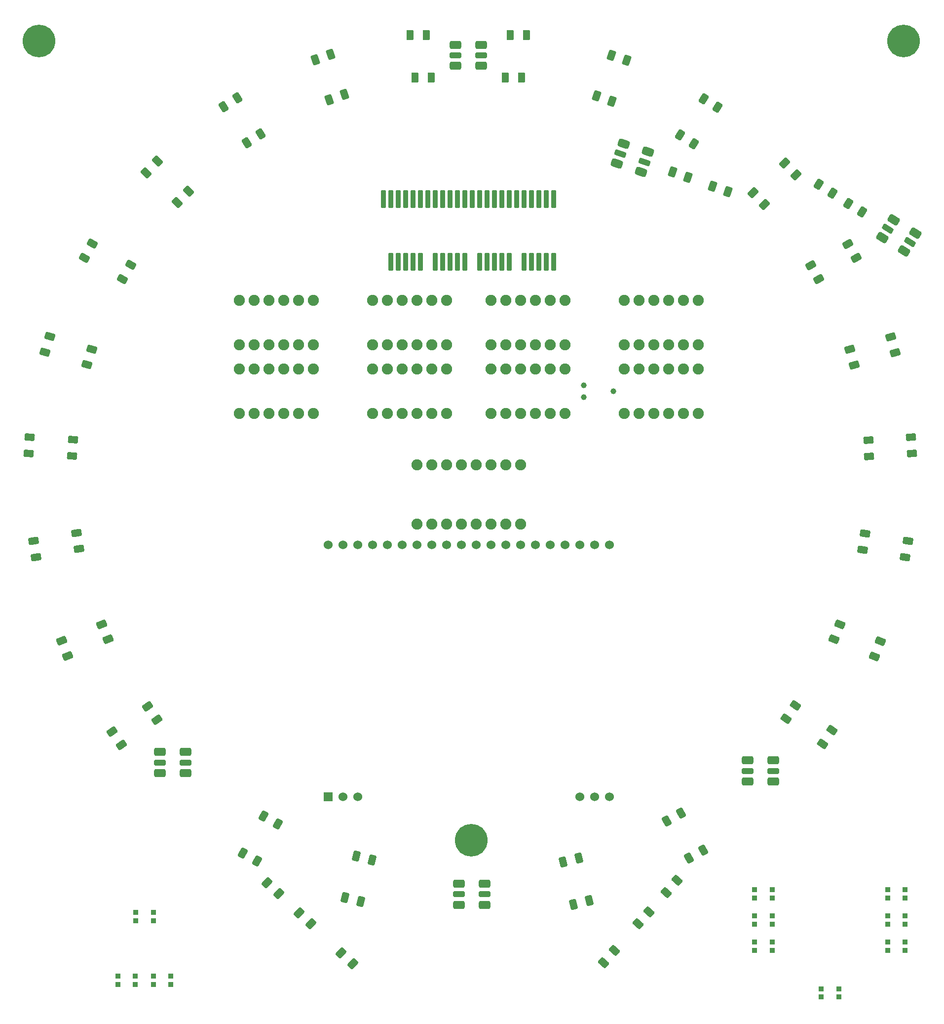
<source format=gts>
%TF.GenerationSoftware,KiCad,Pcbnew,9.0.4*%
%TF.CreationDate,2025-09-16T15:39:33-04:00*%
%TF.ProjectId,mini-lhc-display,6d696e69-2d6c-4686-932d-646973706c61,rev?*%
%TF.SameCoordinates,Original*%
%TF.FileFunction,Soldermask,Top*%
%TF.FilePolarity,Negative*%
%FSLAX46Y46*%
G04 Gerber Fmt 4.6, Leading zero omitted, Abs format (unit mm)*
G04 Created by KiCad (PCBNEW 9.0.4) date 2025-09-16 15:39:33*
%MOMM*%
%LPD*%
G01*
G04 APERTURE LIST*
G04 Aperture macros list*
%AMRoundRect*
0 Rectangle with rounded corners*
0 $1 Rounding radius*
0 $2 $3 $4 $5 $6 $7 $8 $9 X,Y pos of 4 corners*
0 Add a 4 corners polygon primitive as box body*
4,1,4,$2,$3,$4,$5,$6,$7,$8,$9,$2,$3,0*
0 Add four circle primitives for the rounded corners*
1,1,$1+$1,$2,$3*
1,1,$1+$1,$4,$5*
1,1,$1+$1,$6,$7*
1,1,$1+$1,$8,$9*
0 Add four rect primitives between the rounded corners*
20,1,$1+$1,$2,$3,$4,$5,0*
20,1,$1+$1,$4,$5,$6,$7,0*
20,1,$1+$1,$6,$7,$8,$9,0*
20,1,$1+$1,$8,$9,$2,$3,0*%
G04 Aperture macros list end*
%ADD10RoundRect,0.250000X0.630988X0.364834X-0.024976X0.728441X-0.630988X-0.364834X0.024976X-0.728441X0*%
%ADD11RoundRect,0.250000X0.353766X-0.637260X0.728766X0.012260X-0.353766X0.637260X-0.728766X-0.012260X0*%
%ADD12RoundRect,0.350000X-0.650000X-0.350000X0.650000X-0.350000X0.650000X0.350000X-0.650000X0.350000X0*%
%ADD13RoundRect,0.250000X-0.750000X-0.250000X0.750000X-0.250000X0.750000X0.250000X-0.750000X0.250000X0*%
%ADD14RoundRect,0.250000X-0.214721X0.696523X-0.715625X0.138316X0.214721X-0.696523X0.715625X-0.138316X0*%
%ADD15RoundRect,0.250000X-0.439012X0.581823X-0.719967X-0.113565X0.439012X-0.581823X0.719967X0.113565X0*%
%ADD16C,1.905000*%
%ADD17RoundRect,0.250000X-0.375000X-0.625000X0.375000X-0.625000X0.375000X0.625000X-0.375000X0.625000X0*%
%ADD18RoundRect,0.250000X0.515062X0.515714X-0.212660X0.697156X-0.515062X-0.515714X0.212660X-0.697156X0*%
%ADD19RoundRect,0.250000X0.675968X-0.272612X0.558642X0.468155X-0.675968X0.272612X-0.558642X-0.468155X0*%
%ADD20RoundRect,0.250000X0.212660X0.697156X-0.515062X0.515714X-0.212660X-0.697156X0.515062X-0.515714X0*%
%ADD21RoundRect,0.250000X-0.643769X0.341776X-0.604517X-0.407196X0.643769X-0.341776X0.604517X0.407196X0*%
%ADD22RoundRect,0.250000X0.727061X0.051303X0.296879X0.665667X-0.727061X-0.051303X-0.296879X-0.665667X0*%
%ADD23R,0.900000X0.900000*%
%ADD24RoundRect,0.250000X-0.710084X-0.164409X-0.189090X-0.703914X0.710084X0.164409X0.189090X0.703914X0*%
%ADD25RoundRect,0.250000X-0.296879X0.665667X-0.727061X0.051303X0.296879X-0.665667X0.727061X-0.051303X0*%
%ADD26RoundRect,0.250000X0.013182X-0.728750X0.649218X-0.331310X-0.013182X0.728750X-0.649218X0.331310X0*%
%ADD27C,3.600000*%
%ADD28C,5.600000*%
%ADD29RoundRect,0.250000X0.024976X0.728441X-0.630988X0.364834X-0.024976X-0.728441X0.630988X-0.364834X0*%
%ADD30RoundRect,0.250000X-0.728766X0.012260X-0.353766X-0.637260X0.728766X-0.012260X0.353766X0.637260X0*%
%ADD31RoundRect,0.120000X-0.280000X-1.380000X0.280000X-1.380000X0.280000X1.380000X-0.280000X1.380000X0*%
%ADD32RoundRect,0.250000X0.719967X-0.113565X0.439012X0.581823X-0.719967X0.113565X-0.439012X-0.581823X0*%
%ADD33RoundRect,0.250000X-0.558642X0.468155X-0.675968X-0.272612X0.558642X-0.468155X0.675968X0.272612X0*%
%ADD34R,1.524000X1.524000*%
%ADD35C,1.524000*%
%ADD36RoundRect,0.250000X-0.704153X0.188200X-0.497425X-0.532746X0.704153X-0.188200X0.497425X0.532746X0*%
%ADD37RoundRect,0.250000X-0.558050X-0.468861X0.151089X-0.713037X0.558050X0.468861X-0.151089X0.713037X0*%
%ADD38RoundRect,0.250000X0.604517X-0.407196X0.643769X0.341776X-0.604517X0.407196X-0.643769X-0.341776X0*%
%ADD39RoundRect,0.250000X0.189090X-0.703914X0.710084X-0.164409X-0.189090X0.703914X-0.710084X0.164409X0*%
%ADD40RoundRect,0.250000X-0.649218X-0.331310X-0.013182X-0.728750X0.649218X0.331310X0.013182X0.728750X0*%
%ADD41RoundRect,0.250000X-0.701909X-0.196402X-0.157014X-0.711756X0.701909X0.196402X0.157014X0.711756X0*%
%ADD42RoundRect,0.250000X-0.151089X-0.713037X0.558050X-0.468861X0.151089X0.713037X-0.558050X0.468861X0*%
%ADD43RoundRect,0.350000X0.650000X0.350000X-0.650000X0.350000X-0.650000X-0.350000X0.650000X-0.350000X0*%
%ADD44RoundRect,0.250000X0.750000X0.250000X-0.750000X0.250000X-0.750000X-0.250000X0.750000X-0.250000X0*%
%ADD45RoundRect,0.250000X0.497425X-0.532746X0.704153X0.188200X-0.497425X0.532746X-0.704153X-0.188200X0*%
%ADD46RoundRect,0.350000X0.728536X0.119312X-0.500638X0.542551X-0.728536X-0.119312X0.500638X-0.542551X0*%
%ADD47RoundRect,0.250000X0.790531X-0.007796X-0.627747X0.480556X-0.790531X0.007796X0.627747X-0.480556X0*%
%ADD48RoundRect,0.350000X0.736703X-0.047631X-0.365760X0.641264X-0.736703X0.047631X0.365760X-0.641264X0*%
%ADD49RoundRect,0.250000X0.768516X-0.185427X-0.503556X0.609451X-0.768516X0.185427X0.503556X-0.609451X0*%
%ADD50C,0.990600*%
G04 APERTURE END LIST*
D10*
%TO.C,LED38*%
X63137362Y-162423009D03*
X60688426Y-161065543D03*
%TD*%
D11*
%TO.C,LED44*%
X29882681Y-65386014D03*
X31282681Y-62961142D03*
%TD*%
D12*
%TO.C,LED53*%
X93580894Y-28880276D03*
D13*
X93580894Y-30680276D03*
D12*
X93580894Y-32480276D03*
X97980894Y-32480276D03*
D13*
X97980894Y-30680276D03*
D12*
X97980894Y-28880276D03*
%TD*%
D14*
%TO.C,LED62*%
X120819873Y-184104691D03*
X118949833Y-186188665D03*
%TD*%
D15*
%TO.C,LED9*%
X166496937Y-131106410D03*
X165448039Y-133702524D03*
%TD*%
D16*
%TO.C,DSP5*%
X86995000Y-110998000D03*
X89535000Y-110998000D03*
X92075000Y-110998000D03*
X94615000Y-110998000D03*
X97175291Y-110998000D03*
X99695000Y-110998000D03*
X102235000Y-110998000D03*
X104775000Y-110998000D03*
X104775000Y-100838000D03*
X102235000Y-100838000D03*
X99695000Y-100838000D03*
X97175291Y-100838000D03*
X94615000Y-100838000D03*
X92075000Y-100838000D03*
X89535000Y-100838000D03*
X86995000Y-100838000D03*
%TD*%
D17*
%TO.C,LED24*%
X86674894Y-34490276D03*
X89474894Y-34490276D03*
%TD*%
D18*
%TO.C,LED13*%
X77354601Y-175755777D03*
X74637773Y-175078395D03*
%TD*%
D19*
%TO.C,LED17*%
X29000295Y-115304815D03*
X28562279Y-112539287D03*
%TD*%
D14*
%TO.C,LED63*%
X126762032Y-177482781D03*
X124891992Y-179566755D03*
%TD*%
D20*
%TO.C,LED36*%
X116546651Y-175516465D03*
X113829823Y-176193847D03*
%TD*%
D21*
%TO.C,LED7*%
X171758642Y-96146480D03*
X171905182Y-98942642D03*
%TD*%
D22*
%TO.C,LED39*%
X36287101Y-148850348D03*
X34681087Y-146556722D03*
%TD*%
D23*
%TO.C,LED70*%
X167726000Y-178198500D03*
X167726000Y-179598500D03*
X170726000Y-179598500D03*
X170726000Y-178198500D03*
%TD*%
D15*
%TO.C,LED33*%
X159575002Y-128194642D03*
X158526104Y-130790756D03*
%TD*%
D24*
%TO.C,LED28*%
X144672812Y-54203414D03*
X146617856Y-56217566D03*
%TD*%
D25*
%TO.C,LED10*%
X158222597Y-146376892D03*
X156616583Y-148670518D03*
%TD*%
D23*
%TO.C,LED74*%
X44742000Y-189930000D03*
X44742000Y-188530000D03*
X41742000Y-188530000D03*
X41742000Y-189930000D03*
%TD*%
D17*
%TO.C,LED25*%
X102143394Y-34490276D03*
X104943394Y-34490276D03*
%TD*%
D26*
%TO.C,LED46*%
X53779738Y-39489268D03*
X56154272Y-38005494D03*
%TD*%
D25*
%TO.C,LED34*%
X151899205Y-142127241D03*
X150293191Y-144420867D03*
%TD*%
D22*
%TO.C,LED15*%
X42329154Y-144572348D03*
X40723140Y-142278722D03*
%TD*%
D23*
%TO.C,LED66*%
X147931000Y-179598500D03*
X147931000Y-178198500D03*
X144931000Y-178198500D03*
X144931000Y-179598500D03*
%TD*%
D20*
%TO.C,LED12*%
X114743217Y-168274901D03*
X112026389Y-168952283D03*
%TD*%
D27*
%TO.C,REF\u002A\u002A*%
X170434000Y-28194000D03*
D28*
X170434000Y-28194000D03*
%TD*%
D29*
%TO.C,LED35*%
X136087824Y-166939051D03*
X133638888Y-168296517D03*
%TD*%
D30*
%TO.C,LED5*%
X160898014Y-63012080D03*
X162298014Y-65436952D03*
%TD*%
D29*
%TO.C,LED11*%
X132282379Y-160596627D03*
X129833443Y-161954093D03*
%TD*%
D31*
%TO.C,DSP8*%
X96443800Y-55290800D03*
X97713800Y-55290800D03*
X98983800Y-55290800D03*
X100253800Y-55290800D03*
X101523800Y-55290800D03*
X102793800Y-55290800D03*
X102793800Y-66090800D03*
X101523800Y-66090800D03*
X100253800Y-66090800D03*
X98983800Y-66090800D03*
X97713800Y-66090800D03*
%TD*%
D32*
%TO.C,LED40*%
X27058640Y-133638831D03*
X26009742Y-131042717D03*
%TD*%
D31*
%TO.C,DSP9*%
X104063800Y-55290800D03*
X105333800Y-55290800D03*
X106603800Y-55290800D03*
X107873800Y-55290800D03*
X109143800Y-55290800D03*
X110413800Y-55290800D03*
X110413800Y-66090800D03*
X109143800Y-66090800D03*
X107873800Y-66090800D03*
X106603800Y-66090800D03*
X105333800Y-66090800D03*
%TD*%
D23*
%TO.C,LED67*%
X147931000Y-184088000D03*
X147931000Y-182688000D03*
X144931000Y-182688000D03*
X144931000Y-184088000D03*
%TD*%
D33*
%TO.C,LED32*%
X163862851Y-112644298D03*
X163424835Y-115409826D03*
%TD*%
D23*
%TO.C,LED69*%
X167726000Y-173709000D03*
X167726000Y-175109000D03*
X170726000Y-175109000D03*
X170726000Y-173709000D03*
%TD*%
%TO.C,LED68*%
X156333500Y-190689000D03*
X156333500Y-192089000D03*
X159333500Y-192089000D03*
X159333500Y-190689000D03*
%TD*%
D16*
%TO.C,DSP4*%
X99695000Y-92087500D03*
X102235000Y-92087500D03*
X104775000Y-92087500D03*
X107315000Y-92087500D03*
X109855000Y-92087500D03*
X112395000Y-92087500D03*
X122555000Y-92087500D03*
X125095000Y-92087500D03*
X127635000Y-92087500D03*
X130175000Y-92087500D03*
X132715000Y-92087500D03*
X135255000Y-92087500D03*
X135255000Y-84467500D03*
X132715000Y-84467500D03*
X130175000Y-84467500D03*
X127635000Y-84467500D03*
X125095000Y-84467500D03*
X122555000Y-84467500D03*
X112395000Y-84467500D03*
X109855000Y-84467500D03*
X107315000Y-84467500D03*
X104775000Y-84467500D03*
X102235000Y-84467500D03*
X99695000Y-84467500D03*
%TD*%
%TO.C,DSP3*%
X56515000Y-92087500D03*
X59055000Y-92087500D03*
X61595000Y-92087500D03*
X64135000Y-92087500D03*
X66675000Y-92087500D03*
X69215000Y-92087500D03*
X79375000Y-92087500D03*
X81915000Y-92087500D03*
X84455000Y-92087500D03*
X86995000Y-92087500D03*
X89535000Y-92087500D03*
X92075000Y-92087500D03*
X92075000Y-84467500D03*
X89535000Y-84467500D03*
X86995000Y-84467500D03*
X84455000Y-84467500D03*
X81915000Y-84467500D03*
X79375000Y-84467500D03*
X69215000Y-84467500D03*
X66675000Y-84467500D03*
X64135000Y-84467500D03*
X61595000Y-84467500D03*
X59055000Y-84467500D03*
X56515000Y-84467500D03*
%TD*%
D17*
%TO.C,LED1*%
X102986440Y-27208039D03*
X105786440Y-27208039D03*
%TD*%
D34*
%TO.C,U10*%
X71755000Y-157782500D03*
D35*
X74295000Y-157782500D03*
X76835000Y-157782500D03*
X114935000Y-157782500D03*
X117475000Y-157782500D03*
X120015000Y-157782500D03*
X120015000Y-114602500D03*
X117475000Y-114602500D03*
X114935000Y-114602500D03*
X112395000Y-114602500D03*
X109855000Y-114602500D03*
X107315000Y-114602500D03*
X104775000Y-114602500D03*
X102235000Y-114602500D03*
X99695000Y-114602500D03*
X97155000Y-114602500D03*
X94615000Y-114602500D03*
X92075000Y-114602500D03*
X89535000Y-114602500D03*
X86995000Y-114602500D03*
X84455000Y-114602500D03*
X81915000Y-114602500D03*
X79375000Y-114602500D03*
X76835000Y-114602500D03*
X74295000Y-114602500D03*
X71755000Y-114602500D03*
%TD*%
D36*
%TO.C,LED6*%
X168288734Y-78970159D03*
X169060518Y-81661691D03*
%TD*%
D14*
%TO.C,LED64*%
X131584698Y-172108420D03*
X129714658Y-174192394D03*
%TD*%
D23*
%TO.C,LED73*%
X35646000Y-188530000D03*
X35646000Y-189930000D03*
X38646000Y-189930000D03*
X38646000Y-188530000D03*
%TD*%
D17*
%TO.C,LED48*%
X85827392Y-27213339D03*
X88627392Y-27213339D03*
%TD*%
D33*
%TO.C,LED8*%
X171194978Y-113952885D03*
X170756962Y-116718413D03*
%TD*%
D23*
%TO.C,LED65*%
X147931000Y-175109000D03*
X147931000Y-173709000D03*
X144931000Y-173709000D03*
X144931000Y-175109000D03*
%TD*%
D32*
%TO.C,LED16*%
X33954248Y-130804057D03*
X32905350Y-128207943D03*
%TD*%
D21*
%TO.C,LED31*%
X164418973Y-96635327D03*
X164565513Y-99431489D03*
%TD*%
D37*
%TO.C,LED60*%
X137686371Y-53133830D03*
X140333823Y-54045420D03*
%TD*%
D23*
%TO.C,LED72*%
X41759000Y-179008000D03*
X41759000Y-177608000D03*
X38759000Y-177608000D03*
X38759000Y-179008000D03*
%TD*%
D38*
%TO.C,LED42*%
X20350804Y-98933403D03*
X20497344Y-96137241D03*
%TD*%
D39*
%TO.C,LED45*%
X40510535Y-50824660D03*
X42455579Y-48810508D03*
%TD*%
D40*
%TO.C,LED3*%
X136137739Y-38101664D03*
X138512273Y-39585438D03*
%TD*%
D41*
%TO.C,LED58*%
X66727804Y-177635091D03*
X68762078Y-179559079D03*
%TD*%
D10*
%TO.C,LED14*%
X59558724Y-168763429D03*
X57109788Y-167405963D03*
%TD*%
D42*
%TO.C,LED23*%
X71909067Y-38277872D03*
X74556519Y-37366282D03*
%TD*%
D40*
%TO.C,LED55*%
X155937695Y-52815216D03*
X158312229Y-54298990D03*
%TD*%
D12*
%TO.C,LED51*%
X94141082Y-172690823D03*
D13*
X94141082Y-174490823D03*
D12*
X94141082Y-176290823D03*
X98541082Y-176290823D03*
D13*
X98541082Y-174490823D03*
D12*
X98541082Y-172690823D03*
%TD*%
D37*
%TO.C,LED61*%
X130804341Y-50682673D03*
X133451793Y-51594263D03*
%TD*%
D40*
%TO.C,LED27*%
X132077513Y-44324199D03*
X134452047Y-45807973D03*
%TD*%
D23*
%TO.C,LED71*%
X167726000Y-182688000D03*
X167726000Y-184088000D03*
X170726000Y-184088000D03*
X170726000Y-182688000D03*
%TD*%
D31*
%TO.C,DSP6*%
X81203800Y-55290800D03*
X82473800Y-55290800D03*
X83743800Y-55290800D03*
X85013800Y-55290800D03*
X86283800Y-55290800D03*
X87553800Y-55290800D03*
X87553800Y-66090800D03*
X86283800Y-66090800D03*
X85013800Y-66090800D03*
X83743800Y-66090800D03*
X82473800Y-66090800D03*
%TD*%
D19*
%TO.C,LED41*%
X21653852Y-116681027D03*
X21215836Y-113915499D03*
%TD*%
D42*
%TO.C,LED47*%
X69541343Y-31459044D03*
X72188795Y-30547454D03*
%TD*%
D43*
%TO.C,LED54*%
X148145894Y-155140276D03*
D44*
X148145894Y-153340276D03*
D43*
X148145894Y-151540276D03*
X143745894Y-151540276D03*
D44*
X143745894Y-153340276D03*
D43*
X143745894Y-155140276D03*
%TD*%
D27*
%TO.C,REF\u002A\u002A*%
X22098000Y-28194000D03*
D28*
X22098000Y-28194000D03*
%TD*%
D12*
%TO.C,LED52*%
X42885000Y-150092000D03*
D13*
X42885000Y-151892000D03*
D12*
X42885000Y-153692000D03*
X47285000Y-153692000D03*
D13*
X47285000Y-151892000D03*
D12*
X47285000Y-150092000D03*
%TD*%
D45*
%TO.C,LED43*%
X23179052Y-81542634D03*
X23950836Y-78851102D03*
%TD*%
D38*
%TO.C,LED18*%
X27831811Y-99359707D03*
X27978351Y-96563545D03*
%TD*%
D26*
%TO.C,LED22*%
X57758895Y-45669738D03*
X60133429Y-44185964D03*
%TD*%
D39*
%TO.C,LED21*%
X45868358Y-55952383D03*
X47813402Y-53938231D03*
%TD*%
D16*
%TO.C,DSP2*%
X99695000Y-80276500D03*
X102235000Y-80276500D03*
X104775000Y-80276500D03*
X107315000Y-80276500D03*
X109855000Y-80276500D03*
X112395000Y-80276500D03*
X122555000Y-80276500D03*
X125095000Y-80276500D03*
X127635000Y-80276500D03*
X130175000Y-80276500D03*
X132715000Y-80276500D03*
X135255000Y-80276500D03*
X135255000Y-72656500D03*
X132715000Y-72656500D03*
X130175000Y-72656500D03*
X127635000Y-72656500D03*
X125095000Y-72656500D03*
X122555000Y-72656500D03*
X112395000Y-72656500D03*
X109855000Y-72656500D03*
X107315000Y-72656500D03*
X104775000Y-72656500D03*
X102235000Y-72656500D03*
X99695000Y-72656500D03*
%TD*%
D31*
%TO.C,DSP7*%
X88823800Y-55290800D03*
X90093800Y-55290800D03*
X91363800Y-55290800D03*
X92633800Y-55290800D03*
X93903800Y-55290800D03*
X95173800Y-55290800D03*
X95173800Y-66090800D03*
X93903800Y-66090800D03*
X92633800Y-66090800D03*
X91363800Y-66090800D03*
X90093800Y-66090800D03*
%TD*%
D27*
%TO.C,REF\u002A\u002A*%
X96283641Y-165227000D03*
D28*
X96283641Y-165227000D03*
%TD*%
D30*
%TO.C,LED29*%
X154517671Y-66648635D03*
X155917671Y-69073507D03*
%TD*%
D41*
%TO.C,LED57*%
X73982906Y-184496954D03*
X76017180Y-186420942D03*
%TD*%
D16*
%TO.C,DSP1*%
X56515000Y-80276500D03*
X59055000Y-80276500D03*
X61595000Y-80276500D03*
X64135000Y-80276500D03*
X66675000Y-80276500D03*
X69215000Y-80276500D03*
X79375000Y-80276500D03*
X81915000Y-80276500D03*
X84455000Y-80276500D03*
X86995000Y-80276500D03*
X89535000Y-80276500D03*
X92075000Y-80276500D03*
X92075000Y-72656500D03*
X89535000Y-72656500D03*
X86995000Y-72656500D03*
X84455000Y-72656500D03*
X81915000Y-72656500D03*
X79375000Y-72656500D03*
X69215000Y-72656500D03*
X66675000Y-72656500D03*
X64135000Y-72656500D03*
X61595000Y-72656500D03*
X59055000Y-72656500D03*
X56515000Y-72656500D03*
%TD*%
D45*
%TO.C,LED19*%
X30375613Y-83729749D03*
X31147397Y-81038217D03*
%TD*%
D11*
%TO.C,LED20*%
X36442765Y-69049907D03*
X37842765Y-66625035D03*
%TD*%
D37*
%TO.C,LED26*%
X117805936Y-37630174D03*
X120453388Y-38541764D03*
%TD*%
D41*
%TO.C,LED59*%
X61274072Y-172476945D03*
X63308346Y-174400933D03*
%TD*%
D46*
%TO.C,LED50*%
X125428772Y-50639910D03*
D47*
X126014795Y-48937977D03*
D46*
X126600818Y-47236044D03*
X122440536Y-45803544D03*
D47*
X121854513Y-47505477D03*
D46*
X121268490Y-49207410D03*
%TD*%
D40*
%TO.C,LED56*%
X160966456Y-56064487D03*
X163340990Y-57548261D03*
%TD*%
D37*
%TO.C,LED2*%
X120357056Y-30658625D03*
X123004508Y-31570215D03*
%TD*%
D18*
%TO.C,LED37*%
X79301006Y-168648959D03*
X76584178Y-167971577D03*
%TD*%
D24*
%TO.C,LED4*%
X150030478Y-49157924D03*
X151975522Y-51172076D03*
%TD*%
D36*
%TO.C,LED30*%
X161219869Y-81041124D03*
X161991653Y-83732656D03*
%TD*%
D48*
%TO.C,LED49*%
X170573525Y-64254637D03*
D49*
X171527380Y-62728150D03*
D48*
X172481234Y-61201664D03*
X168749823Y-58870019D03*
D49*
X167795968Y-60396506D03*
D48*
X166842114Y-61922992D03*
%TD*%
D50*
%TO.C,CN2*%
X120650000Y-88277500D03*
X115570000Y-89293500D03*
X115570000Y-87261500D03*
%TD*%
M02*

</source>
